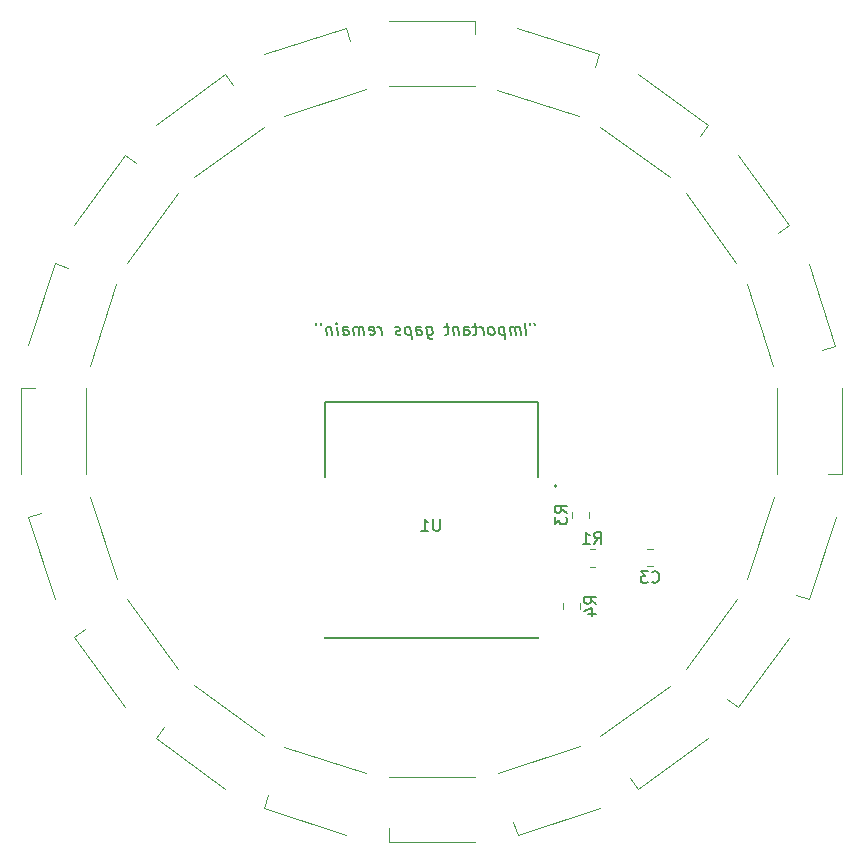
<source format=gbr>
%TF.GenerationSoftware,KiCad,Pcbnew,8.0.2*%
%TF.CreationDate,2024-09-15T21:25:22+02:00*%
%TF.ProjectId,LED_Coaster,4c45445f-436f-4617-9374-65722e6b6963,rev?*%
%TF.SameCoordinates,Original*%
%TF.FileFunction,Legend,Bot*%
%TF.FilePolarity,Positive*%
%FSLAX46Y46*%
G04 Gerber Fmt 4.6, Leading zero omitted, Abs format (unit mm)*
G04 Created by KiCad (PCBNEW 8.0.2) date 2024-09-15 21:25:22*
%MOMM*%
%LPD*%
G01*
G04 APERTURE LIST*
%ADD10C,0.150000*%
%ADD11C,0.120000*%
%ADD12C,0.127000*%
%ADD13C,0.200000*%
G04 APERTURE END LIST*
D10*
X158701792Y-70829819D02*
X158725601Y-71020295D01*
X158320839Y-70829819D02*
X158344649Y-71020295D01*
X158017268Y-71829819D02*
X157892268Y-70829819D01*
X157541078Y-71829819D02*
X157457744Y-71163152D01*
X157469649Y-71258390D02*
X157416078Y-71210771D01*
X157416078Y-71210771D02*
X157314887Y-71163152D01*
X157314887Y-71163152D02*
X157172030Y-71163152D01*
X157172030Y-71163152D02*
X157082744Y-71210771D01*
X157082744Y-71210771D02*
X157047030Y-71306009D01*
X157047030Y-71306009D02*
X157112506Y-71829819D01*
X157047030Y-71306009D02*
X156987506Y-71210771D01*
X156987506Y-71210771D02*
X156886316Y-71163152D01*
X156886316Y-71163152D02*
X156743459Y-71163152D01*
X156743459Y-71163152D02*
X156654173Y-71210771D01*
X156654173Y-71210771D02*
X156618459Y-71306009D01*
X156618459Y-71306009D02*
X156683935Y-71829819D01*
X156124411Y-71163152D02*
X156249411Y-72163152D01*
X156130364Y-71210771D02*
X156029173Y-71163152D01*
X156029173Y-71163152D02*
X155838697Y-71163152D01*
X155838697Y-71163152D02*
X155749411Y-71210771D01*
X155749411Y-71210771D02*
X155707745Y-71258390D01*
X155707745Y-71258390D02*
X155672030Y-71353628D01*
X155672030Y-71353628D02*
X155707745Y-71639342D01*
X155707745Y-71639342D02*
X155767268Y-71734580D01*
X155767268Y-71734580D02*
X155820840Y-71782200D01*
X155820840Y-71782200D02*
X155922030Y-71829819D01*
X155922030Y-71829819D02*
X156112507Y-71829819D01*
X156112507Y-71829819D02*
X156201792Y-71782200D01*
X155160126Y-71829819D02*
X155249411Y-71782200D01*
X155249411Y-71782200D02*
X155291078Y-71734580D01*
X155291078Y-71734580D02*
X155326792Y-71639342D01*
X155326792Y-71639342D02*
X155291078Y-71353628D01*
X155291078Y-71353628D02*
X155231554Y-71258390D01*
X155231554Y-71258390D02*
X155177983Y-71210771D01*
X155177983Y-71210771D02*
X155076792Y-71163152D01*
X155076792Y-71163152D02*
X154933935Y-71163152D01*
X154933935Y-71163152D02*
X154844649Y-71210771D01*
X154844649Y-71210771D02*
X154802983Y-71258390D01*
X154802983Y-71258390D02*
X154767268Y-71353628D01*
X154767268Y-71353628D02*
X154802983Y-71639342D01*
X154802983Y-71639342D02*
X154862506Y-71734580D01*
X154862506Y-71734580D02*
X154916078Y-71782200D01*
X154916078Y-71782200D02*
X155017268Y-71829819D01*
X155017268Y-71829819D02*
X155160126Y-71829819D01*
X154398221Y-71829819D02*
X154314887Y-71163152D01*
X154338697Y-71353628D02*
X154279173Y-71258390D01*
X154279173Y-71258390D02*
X154225602Y-71210771D01*
X154225602Y-71210771D02*
X154124411Y-71163152D01*
X154124411Y-71163152D02*
X154029173Y-71163152D01*
X153838696Y-71163152D02*
X153457744Y-71163152D01*
X153654173Y-70829819D02*
X153761316Y-71686961D01*
X153761316Y-71686961D02*
X153725601Y-71782200D01*
X153725601Y-71782200D02*
X153636316Y-71829819D01*
X153636316Y-71829819D02*
X153541077Y-71829819D01*
X152779172Y-71829819D02*
X152713696Y-71306009D01*
X152713696Y-71306009D02*
X152749410Y-71210771D01*
X152749410Y-71210771D02*
X152838696Y-71163152D01*
X152838696Y-71163152D02*
X153029172Y-71163152D01*
X153029172Y-71163152D02*
X153130363Y-71210771D01*
X152773220Y-71782200D02*
X152874410Y-71829819D01*
X152874410Y-71829819D02*
X153112506Y-71829819D01*
X153112506Y-71829819D02*
X153201791Y-71782200D01*
X153201791Y-71782200D02*
X153237506Y-71686961D01*
X153237506Y-71686961D02*
X153225601Y-71591723D01*
X153225601Y-71591723D02*
X153166077Y-71496485D01*
X153166077Y-71496485D02*
X153064887Y-71448866D01*
X153064887Y-71448866D02*
X152826791Y-71448866D01*
X152826791Y-71448866D02*
X152725601Y-71401247D01*
X152219648Y-71163152D02*
X152302982Y-71829819D01*
X152231553Y-71258390D02*
X152177982Y-71210771D01*
X152177982Y-71210771D02*
X152076791Y-71163152D01*
X152076791Y-71163152D02*
X151933934Y-71163152D01*
X151933934Y-71163152D02*
X151844648Y-71210771D01*
X151844648Y-71210771D02*
X151808934Y-71306009D01*
X151808934Y-71306009D02*
X151874410Y-71829819D01*
X151457743Y-71163152D02*
X151076791Y-71163152D01*
X151273220Y-70829819D02*
X151380363Y-71686961D01*
X151380363Y-71686961D02*
X151344648Y-71782200D01*
X151344648Y-71782200D02*
X151255363Y-71829819D01*
X151255363Y-71829819D02*
X151160124Y-71829819D01*
X149552981Y-71163152D02*
X149654171Y-71972676D01*
X149654171Y-71972676D02*
X149713695Y-72067914D01*
X149713695Y-72067914D02*
X149767267Y-72115533D01*
X149767267Y-72115533D02*
X149868457Y-72163152D01*
X149868457Y-72163152D02*
X150011314Y-72163152D01*
X150011314Y-72163152D02*
X150100600Y-72115533D01*
X149630362Y-71782200D02*
X149731552Y-71829819D01*
X149731552Y-71829819D02*
X149922029Y-71829819D01*
X149922029Y-71829819D02*
X150011314Y-71782200D01*
X150011314Y-71782200D02*
X150052981Y-71734580D01*
X150052981Y-71734580D02*
X150088695Y-71639342D01*
X150088695Y-71639342D02*
X150052981Y-71353628D01*
X150052981Y-71353628D02*
X149993457Y-71258390D01*
X149993457Y-71258390D02*
X149939886Y-71210771D01*
X149939886Y-71210771D02*
X149838695Y-71163152D01*
X149838695Y-71163152D02*
X149648219Y-71163152D01*
X149648219Y-71163152D02*
X149558933Y-71210771D01*
X148731552Y-71829819D02*
X148666076Y-71306009D01*
X148666076Y-71306009D02*
X148701790Y-71210771D01*
X148701790Y-71210771D02*
X148791076Y-71163152D01*
X148791076Y-71163152D02*
X148981552Y-71163152D01*
X148981552Y-71163152D02*
X149082743Y-71210771D01*
X148725600Y-71782200D02*
X148826790Y-71829819D01*
X148826790Y-71829819D02*
X149064886Y-71829819D01*
X149064886Y-71829819D02*
X149154171Y-71782200D01*
X149154171Y-71782200D02*
X149189886Y-71686961D01*
X149189886Y-71686961D02*
X149177981Y-71591723D01*
X149177981Y-71591723D02*
X149118457Y-71496485D01*
X149118457Y-71496485D02*
X149017267Y-71448866D01*
X149017267Y-71448866D02*
X148779171Y-71448866D01*
X148779171Y-71448866D02*
X148677981Y-71401247D01*
X148172028Y-71163152D02*
X148297028Y-72163152D01*
X148177981Y-71210771D02*
X148076790Y-71163152D01*
X148076790Y-71163152D02*
X147886314Y-71163152D01*
X147886314Y-71163152D02*
X147797028Y-71210771D01*
X147797028Y-71210771D02*
X147755362Y-71258390D01*
X147755362Y-71258390D02*
X147719647Y-71353628D01*
X147719647Y-71353628D02*
X147755362Y-71639342D01*
X147755362Y-71639342D02*
X147814885Y-71734580D01*
X147814885Y-71734580D02*
X147868457Y-71782200D01*
X147868457Y-71782200D02*
X147969647Y-71829819D01*
X147969647Y-71829819D02*
X148160124Y-71829819D01*
X148160124Y-71829819D02*
X148249409Y-71782200D01*
X147392266Y-71782200D02*
X147302981Y-71829819D01*
X147302981Y-71829819D02*
X147112504Y-71829819D01*
X147112504Y-71829819D02*
X147011314Y-71782200D01*
X147011314Y-71782200D02*
X146951790Y-71686961D01*
X146951790Y-71686961D02*
X146945838Y-71639342D01*
X146945838Y-71639342D02*
X146981552Y-71544104D01*
X146981552Y-71544104D02*
X147070838Y-71496485D01*
X147070838Y-71496485D02*
X147213695Y-71496485D01*
X147213695Y-71496485D02*
X147302981Y-71448866D01*
X147302981Y-71448866D02*
X147338695Y-71353628D01*
X147338695Y-71353628D02*
X147332743Y-71306009D01*
X147332743Y-71306009D02*
X147273219Y-71210771D01*
X147273219Y-71210771D02*
X147172028Y-71163152D01*
X147172028Y-71163152D02*
X147029171Y-71163152D01*
X147029171Y-71163152D02*
X146939885Y-71210771D01*
X145779171Y-71829819D02*
X145695837Y-71163152D01*
X145719647Y-71353628D02*
X145660123Y-71258390D01*
X145660123Y-71258390D02*
X145606552Y-71210771D01*
X145606552Y-71210771D02*
X145505361Y-71163152D01*
X145505361Y-71163152D02*
X145410123Y-71163152D01*
X144773218Y-71782200D02*
X144874408Y-71829819D01*
X144874408Y-71829819D02*
X145064885Y-71829819D01*
X145064885Y-71829819D02*
X145154170Y-71782200D01*
X145154170Y-71782200D02*
X145189885Y-71686961D01*
X145189885Y-71686961D02*
X145142266Y-71306009D01*
X145142266Y-71306009D02*
X145082742Y-71210771D01*
X145082742Y-71210771D02*
X144981551Y-71163152D01*
X144981551Y-71163152D02*
X144791075Y-71163152D01*
X144791075Y-71163152D02*
X144701789Y-71210771D01*
X144701789Y-71210771D02*
X144666075Y-71306009D01*
X144666075Y-71306009D02*
X144677980Y-71401247D01*
X144677980Y-71401247D02*
X145166075Y-71496485D01*
X144302980Y-71829819D02*
X144219646Y-71163152D01*
X144231551Y-71258390D02*
X144177980Y-71210771D01*
X144177980Y-71210771D02*
X144076789Y-71163152D01*
X144076789Y-71163152D02*
X143933932Y-71163152D01*
X143933932Y-71163152D02*
X143844646Y-71210771D01*
X143844646Y-71210771D02*
X143808932Y-71306009D01*
X143808932Y-71306009D02*
X143874408Y-71829819D01*
X143808932Y-71306009D02*
X143749408Y-71210771D01*
X143749408Y-71210771D02*
X143648218Y-71163152D01*
X143648218Y-71163152D02*
X143505361Y-71163152D01*
X143505361Y-71163152D02*
X143416075Y-71210771D01*
X143416075Y-71210771D02*
X143380361Y-71306009D01*
X143380361Y-71306009D02*
X143445837Y-71829819D01*
X142541075Y-71829819D02*
X142475599Y-71306009D01*
X142475599Y-71306009D02*
X142511313Y-71210771D01*
X142511313Y-71210771D02*
X142600599Y-71163152D01*
X142600599Y-71163152D02*
X142791075Y-71163152D01*
X142791075Y-71163152D02*
X142892266Y-71210771D01*
X142535123Y-71782200D02*
X142636313Y-71829819D01*
X142636313Y-71829819D02*
X142874409Y-71829819D01*
X142874409Y-71829819D02*
X142963694Y-71782200D01*
X142963694Y-71782200D02*
X142999409Y-71686961D01*
X142999409Y-71686961D02*
X142987504Y-71591723D01*
X142987504Y-71591723D02*
X142927980Y-71496485D01*
X142927980Y-71496485D02*
X142826790Y-71448866D01*
X142826790Y-71448866D02*
X142588694Y-71448866D01*
X142588694Y-71448866D02*
X142487504Y-71401247D01*
X142064885Y-71829819D02*
X141981551Y-71163152D01*
X141939885Y-70829819D02*
X141993456Y-70877438D01*
X141993456Y-70877438D02*
X141951789Y-70925057D01*
X141951789Y-70925057D02*
X141898218Y-70877438D01*
X141898218Y-70877438D02*
X141939885Y-70829819D01*
X141939885Y-70829819D02*
X141951789Y-70925057D01*
X141505361Y-71163152D02*
X141588695Y-71829819D01*
X141517266Y-71258390D02*
X141463695Y-71210771D01*
X141463695Y-71210771D02*
X141362504Y-71163152D01*
X141362504Y-71163152D02*
X141219647Y-71163152D01*
X141219647Y-71163152D02*
X141130361Y-71210771D01*
X141130361Y-71210771D02*
X141094647Y-71306009D01*
X141094647Y-71306009D02*
X141160123Y-71829819D01*
X140606552Y-70829819D02*
X140630361Y-71020295D01*
X140225599Y-70829819D02*
X140249409Y-71020295D01*
X163766666Y-89524819D02*
X164099999Y-89048628D01*
X164338094Y-89524819D02*
X164338094Y-88524819D01*
X164338094Y-88524819D02*
X163957142Y-88524819D01*
X163957142Y-88524819D02*
X163861904Y-88572438D01*
X163861904Y-88572438D02*
X163814285Y-88620057D01*
X163814285Y-88620057D02*
X163766666Y-88715295D01*
X163766666Y-88715295D02*
X163766666Y-88858152D01*
X163766666Y-88858152D02*
X163814285Y-88953390D01*
X163814285Y-88953390D02*
X163861904Y-89001009D01*
X163861904Y-89001009D02*
X163957142Y-89048628D01*
X163957142Y-89048628D02*
X164338094Y-89048628D01*
X162814285Y-89524819D02*
X163385713Y-89524819D01*
X163099999Y-89524819D02*
X163099999Y-88524819D01*
X163099999Y-88524819D02*
X163195237Y-88667676D01*
X163195237Y-88667676D02*
X163290475Y-88762914D01*
X163290475Y-88762914D02*
X163385713Y-88810533D01*
X168656666Y-92749580D02*
X168704285Y-92797200D01*
X168704285Y-92797200D02*
X168847142Y-92844819D01*
X168847142Y-92844819D02*
X168942380Y-92844819D01*
X168942380Y-92844819D02*
X169085237Y-92797200D01*
X169085237Y-92797200D02*
X169180475Y-92701961D01*
X169180475Y-92701961D02*
X169228094Y-92606723D01*
X169228094Y-92606723D02*
X169275713Y-92416247D01*
X169275713Y-92416247D02*
X169275713Y-92273390D01*
X169275713Y-92273390D02*
X169228094Y-92082914D01*
X169228094Y-92082914D02*
X169180475Y-91987676D01*
X169180475Y-91987676D02*
X169085237Y-91892438D01*
X169085237Y-91892438D02*
X168942380Y-91844819D01*
X168942380Y-91844819D02*
X168847142Y-91844819D01*
X168847142Y-91844819D02*
X168704285Y-91892438D01*
X168704285Y-91892438D02*
X168656666Y-91940057D01*
X168323332Y-91844819D02*
X167704285Y-91844819D01*
X167704285Y-91844819D02*
X168037618Y-92225771D01*
X168037618Y-92225771D02*
X167894761Y-92225771D01*
X167894761Y-92225771D02*
X167799523Y-92273390D01*
X167799523Y-92273390D02*
X167751904Y-92321009D01*
X167751904Y-92321009D02*
X167704285Y-92416247D01*
X167704285Y-92416247D02*
X167704285Y-92654342D01*
X167704285Y-92654342D02*
X167751904Y-92749580D01*
X167751904Y-92749580D02*
X167799523Y-92797200D01*
X167799523Y-92797200D02*
X167894761Y-92844819D01*
X167894761Y-92844819D02*
X168180475Y-92844819D01*
X168180475Y-92844819D02*
X168275713Y-92797200D01*
X168275713Y-92797200D02*
X168323332Y-92749580D01*
X150711904Y-87424819D02*
X150711904Y-88234342D01*
X150711904Y-88234342D02*
X150664285Y-88329580D01*
X150664285Y-88329580D02*
X150616666Y-88377200D01*
X150616666Y-88377200D02*
X150521428Y-88424819D01*
X150521428Y-88424819D02*
X150330952Y-88424819D01*
X150330952Y-88424819D02*
X150235714Y-88377200D01*
X150235714Y-88377200D02*
X150188095Y-88329580D01*
X150188095Y-88329580D02*
X150140476Y-88234342D01*
X150140476Y-88234342D02*
X150140476Y-87424819D01*
X149140476Y-88424819D02*
X149711904Y-88424819D01*
X149426190Y-88424819D02*
X149426190Y-87424819D01*
X149426190Y-87424819D02*
X149521428Y-87567676D01*
X149521428Y-87567676D02*
X149616666Y-87662914D01*
X149616666Y-87662914D02*
X149711904Y-87710533D01*
X163934819Y-94613333D02*
X163458628Y-94280000D01*
X163934819Y-94041905D02*
X162934819Y-94041905D01*
X162934819Y-94041905D02*
X162934819Y-94422857D01*
X162934819Y-94422857D02*
X162982438Y-94518095D01*
X162982438Y-94518095D02*
X163030057Y-94565714D01*
X163030057Y-94565714D02*
X163125295Y-94613333D01*
X163125295Y-94613333D02*
X163268152Y-94613333D01*
X163268152Y-94613333D02*
X163363390Y-94565714D01*
X163363390Y-94565714D02*
X163411009Y-94518095D01*
X163411009Y-94518095D02*
X163458628Y-94422857D01*
X163458628Y-94422857D02*
X163458628Y-94041905D01*
X163268152Y-95470476D02*
X163934819Y-95470476D01*
X162887200Y-95232381D02*
X163601485Y-94994286D01*
X163601485Y-94994286D02*
X163601485Y-95613333D01*
X161434819Y-86913333D02*
X160958628Y-86580000D01*
X161434819Y-86341905D02*
X160434819Y-86341905D01*
X160434819Y-86341905D02*
X160434819Y-86722857D01*
X160434819Y-86722857D02*
X160482438Y-86818095D01*
X160482438Y-86818095D02*
X160530057Y-86865714D01*
X160530057Y-86865714D02*
X160625295Y-86913333D01*
X160625295Y-86913333D02*
X160768152Y-86913333D01*
X160768152Y-86913333D02*
X160863390Y-86865714D01*
X160863390Y-86865714D02*
X160911009Y-86818095D01*
X160911009Y-86818095D02*
X160958628Y-86722857D01*
X160958628Y-86722857D02*
X160958628Y-86341905D01*
X160434819Y-87246667D02*
X160434819Y-87865714D01*
X160434819Y-87865714D02*
X160815771Y-87532381D01*
X160815771Y-87532381D02*
X160815771Y-87675238D01*
X160815771Y-87675238D02*
X160863390Y-87770476D01*
X160863390Y-87770476D02*
X160911009Y-87818095D01*
X160911009Y-87818095D02*
X161006247Y-87865714D01*
X161006247Y-87865714D02*
X161244342Y-87865714D01*
X161244342Y-87865714D02*
X161339580Y-87818095D01*
X161339580Y-87818095D02*
X161387200Y-87770476D01*
X161387200Y-87770476D02*
X161434819Y-87675238D01*
X161434819Y-87675238D02*
X161434819Y-87389524D01*
X161434819Y-87389524D02*
X161387200Y-87294286D01*
X161387200Y-87294286D02*
X161339580Y-87246667D01*
D11*
%TO.C,D11*%
X115256579Y-76329224D02*
X116406579Y-76329224D01*
X115256579Y-83629224D02*
X115256579Y-76329224D01*
X120756579Y-83629224D02*
X120756579Y-76329224D01*
%TO.C,D18*%
X167481928Y-110262305D02*
X166805975Y-109331935D01*
X170154934Y-101521879D02*
X164249110Y-105812711D01*
X173387752Y-105971473D02*
X167481928Y-110262305D01*
%TO.C,D16*%
X146370908Y-114748802D02*
X146370908Y-113598802D01*
X153670908Y-109248802D02*
X146370908Y-109248802D01*
X153670908Y-114748802D02*
X146370908Y-114748802D01*
%TO.C,D9*%
X119743883Y-62507764D02*
X124034715Y-56601940D01*
X124034715Y-56601940D02*
X124965085Y-57277893D01*
X124193477Y-65740582D02*
X128484309Y-59834758D01*
%TO.C,R1*%
X163372936Y-89985000D02*
X163827064Y-89985000D01*
X163372936Y-91455000D02*
X163827064Y-91455000D01*
%TO.C,D10*%
X115825446Y-72729327D02*
X118081269Y-65786614D01*
X118081269Y-65786614D02*
X119174985Y-66141984D01*
X121056255Y-74428920D02*
X123312078Y-67486207D01*
%TO.C,D17*%
X157279143Y-114170964D02*
X156923774Y-113077250D01*
X162522263Y-106684332D02*
X155579550Y-108940155D01*
X164221856Y-111915141D02*
X157279143Y-114170964D01*
%TO.C,D19*%
X175814986Y-94237863D02*
X171524154Y-100143687D01*
X175973748Y-103376505D02*
X175043378Y-102700552D01*
X180264580Y-97470681D02*
X175973748Y-103376505D01*
%TO.C,C3*%
X168751252Y-89975000D02*
X168228748Y-89975000D01*
X168751252Y-91445000D02*
X168228748Y-91445000D01*
%TO.C,D12*%
X115834763Y-87266219D02*
X116928477Y-86910850D01*
X118090586Y-94208932D02*
X115834763Y-87266219D01*
X123321395Y-92509339D02*
X121065572Y-85566626D01*
D12*
%TO.C,U1*%
X141000000Y-77540000D02*
X141000000Y-83870000D01*
X141000000Y-97410000D02*
X141000000Y-97540000D01*
X141000000Y-97540000D02*
X159000000Y-97540000D01*
X159000000Y-77540000D02*
X141000000Y-77540000D01*
X159000000Y-83870000D02*
X159000000Y-77540000D01*
X159000000Y-97410000D02*
X159000000Y-97540000D01*
D13*
X160600000Y-84640000D02*
G75*
G02*
X160400000Y-84640000I-100000J0D01*
G01*
X160400000Y-84640000D02*
G75*
G02*
X160600000Y-84640000I100000J0D01*
G01*
D11*
%TO.C,D14*%
X126638266Y-105959937D02*
X127314219Y-105029567D01*
X132544090Y-110250769D02*
X126638266Y-105959937D01*
X135776908Y-105801175D02*
X129871084Y-101510343D01*
%TO.C,D8*%
X126627868Y-54043349D02*
X132533692Y-49752517D01*
X129860686Y-58492943D02*
X135766510Y-54202111D01*
X132533692Y-49752517D02*
X133209645Y-50682887D01*
%TO.C,D3*%
X171521165Y-59852443D02*
X175811997Y-65758267D01*
X175970759Y-56619625D02*
X180261591Y-62525449D01*
X180261591Y-62525449D02*
X179331221Y-63201402D01*
%TO.C,R4*%
X161095000Y-94552936D02*
X161095000Y-95007064D01*
X162565000Y-94552936D02*
X162565000Y-95007064D01*
%TO.C,D15*%
X135797004Y-111922701D02*
X136152374Y-110828985D01*
X142739717Y-114178524D02*
X135797004Y-111922701D01*
X144439310Y-108947715D02*
X137496597Y-106691892D01*
%TO.C,D4*%
X164251956Y-54209071D02*
X170157780Y-58499903D01*
X167484774Y-49759477D02*
X173390598Y-54050309D01*
X173390598Y-54050309D02*
X172714645Y-54980679D01*
%TO.C,D7*%
X135785483Y-48082400D02*
X142728196Y-45826577D01*
X137485076Y-53313209D02*
X144427789Y-51057386D01*
X142728196Y-45826577D02*
X143083565Y-46920291D01*
%TO.C,D1*%
X179250000Y-76350000D02*
X179250000Y-83650000D01*
X184750000Y-76350000D02*
X184750000Y-83650000D01*
X184750000Y-83650000D02*
X183600000Y-83650000D01*
%TO.C,D20*%
X178966386Y-85570060D02*
X176710563Y-92512773D01*
X181941372Y-94212366D02*
X180847656Y-93856996D01*
X184197195Y-87269653D02*
X181941372Y-94212366D01*
%TO.C,R3*%
X161895000Y-87307064D02*
X161895000Y-86852936D01*
X163365000Y-87307064D02*
X163365000Y-86852936D01*
%TO.C,D13*%
X119751717Y-97453054D02*
X120682087Y-96777101D01*
X124042549Y-103358878D02*
X119751717Y-97453054D01*
X128492143Y-100126060D02*
X124201311Y-94220236D01*
%TO.C,D5*%
X155569470Y-51061226D02*
X162512183Y-53317049D01*
X157269063Y-45830417D02*
X164211776Y-48086240D01*
X164211776Y-48086240D02*
X163856406Y-49179956D01*
%TO.C,D6*%
X146358307Y-45246217D02*
X153658307Y-45246217D01*
X146358307Y-50746217D02*
X153658307Y-50746217D01*
X153658307Y-45246217D02*
X153658307Y-46396217D01*
%TO.C,D2*%
X176678269Y-67492013D02*
X178934092Y-74434726D01*
X181909078Y-65792420D02*
X184164901Y-72735133D01*
X184164901Y-72735133D02*
X183071187Y-73090502D01*
%TD*%
M02*

</source>
